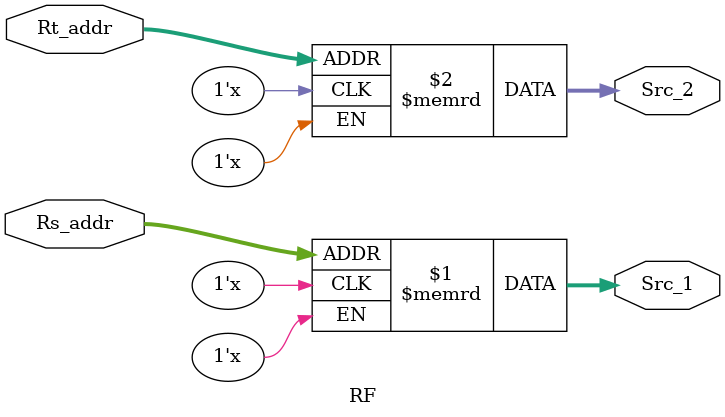
<source format=v>
/*
 *	Template for Homework 1
 *	Copyright (C) 2022  Chen Chia Yi or any person belong ESSLab.
 *	All Right Reserved.
 *
 *	This program is free software: you can redistribute it and/or modify
 *	it under the terms of the GNU General Public License as published by
 *	the Free Software Foundation, either version 3 of the License, or
 *	(at your option) any later version.
 *
 *	This program is distributed in the hope that it will be useful,
 *	but WITHOUT ANY WARRANTY; without even the implied warranty of
 *	MERCHANTABILITY or FITNESS FOR A PARTICULAR PURPOSE.  See the
 *	GNU General Public License for more details.
 *
 *	You should have received a copy of the GNU General Public License
 *	along with this program.  If not, see <https://www.gnu.org/licenses/>.
 *
 *	This file is for people who have taken the cource (1102 Computer
 *	Organizarion) to use.
 *	We (ESSLab) are not responsible for any illegal use.
 *
 */

/*
 * Declaration of Register File for this project.
 * CAUTION: DONT MODIFY THE NAME.
 */
module RF(
	//Inputs
	input [4:0] Rs_addr,
	input [4:0] Rt_addr,
	//Outputs
	output [31:0] Src_1,
	output [31:0] Src_2

);
	/* 
	 * Declaration of inner register.
	 * CAUTION: DONT MODIFY THE NAME AND SIZE.
	 */
	reg [31:0] R[0:31];

	assign Src_1 = R[Rs_addr];
	assign Src_2 = R[Rt_addr];
endmodule

</source>
